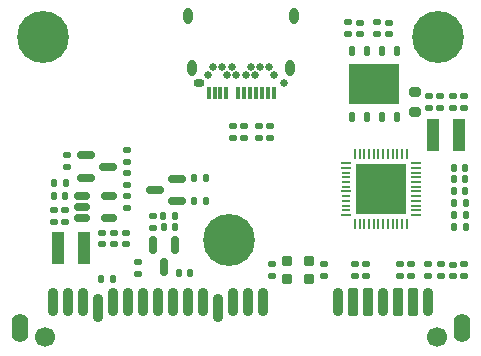
<source format=gbr>
%TF.GenerationSoftware,KiCad,Pcbnew,(6.0.4)*%
%TF.CreationDate,2022-07-06T17:36:52+08:00*%
%TF.ProjectId,JMS580_EVB,4a4d5335-3830-45f4-9556-422e6b696361,rev?*%
%TF.SameCoordinates,Original*%
%TF.FileFunction,Soldermask,Top*%
%TF.FilePolarity,Negative*%
%FSLAX46Y46*%
G04 Gerber Fmt 4.6, Leading zero omitted, Abs format (unit mm)*
G04 Created by KiCad (PCBNEW (6.0.4)) date 2022-07-06 17:36:52*
%MOMM*%
%LPD*%
G01*
G04 APERTURE LIST*
G04 Aperture macros list*
%AMRoundRect*
0 Rectangle with rounded corners*
0 $1 Rounding radius*
0 $2 $3 $4 $5 $6 $7 $8 $9 X,Y pos of 4 corners*
0 Add a 4 corners polygon primitive as box body*
4,1,4,$2,$3,$4,$5,$6,$7,$8,$9,$2,$3,0*
0 Add four circle primitives for the rounded corners*
1,1,$1+$1,$2,$3*
1,1,$1+$1,$4,$5*
1,1,$1+$1,$6,$7*
1,1,$1+$1,$8,$9*
0 Add four rect primitives between the rounded corners*
20,1,$1+$1,$2,$3,$4,$5,0*
20,1,$1+$1,$4,$5,$6,$7,0*
20,1,$1+$1,$6,$7,$8,$9,0*
20,1,$1+$1,$8,$9,$2,$3,0*%
G04 Aperture macros list end*
%ADD10RoundRect,0.140000X0.170000X-0.140000X0.170000X0.140000X-0.170000X0.140000X-0.170000X-0.140000X0*%
%ADD11R,1.000000X2.700000*%
%ADD12RoundRect,0.200000X-0.250000X0.200000X-0.250000X-0.200000X0.250000X-0.200000X0.250000X0.200000X0*%
%ADD13RoundRect,0.135000X-0.185000X0.135000X-0.185000X-0.135000X0.185000X-0.135000X0.185000X0.135000X0*%
%ADD14RoundRect,0.125000X0.125000X-0.325000X0.125000X0.325000X-0.125000X0.325000X-0.125000X-0.325000X0*%
%ADD15R,4.300000X3.400000*%
%ADD16RoundRect,0.135000X0.135000X0.185000X-0.135000X0.185000X-0.135000X-0.185000X0.135000X-0.185000X0*%
%ADD17RoundRect,0.140000X-0.140000X-0.170000X0.140000X-0.170000X0.140000X0.170000X-0.140000X0.170000X0*%
%ADD18RoundRect,0.200000X0.275000X-0.200000X0.275000X0.200000X-0.275000X0.200000X-0.275000X-0.200000X0*%
%ADD19C,0.650000*%
%ADD20O,0.950000X0.650000*%
%ADD21R,0.300000X1.025880*%
%ADD22O,0.800000X1.400000*%
%ADD23RoundRect,0.140000X-0.170000X0.140000X-0.170000X-0.140000X0.170000X-0.140000X0.170000X0.140000X0*%
%ADD24RoundRect,0.135000X-0.135000X-0.185000X0.135000X-0.185000X0.135000X0.185000X-0.135000X0.185000X0*%
%ADD25RoundRect,0.135000X0.185000X-0.135000X0.185000X0.135000X-0.185000X0.135000X-0.185000X-0.135000X0*%
%ADD26RoundRect,0.150000X0.587500X0.150000X-0.587500X0.150000X-0.587500X-0.150000X0.587500X-0.150000X0*%
%ADD27RoundRect,0.150000X-0.587500X-0.150000X0.587500X-0.150000X0.587500X0.150000X-0.587500X0.150000X0*%
%ADD28C,0.700000*%
%ADD29C,4.400000*%
%ADD30RoundRect,0.150000X-0.512500X-0.150000X0.512500X-0.150000X0.512500X0.150000X-0.512500X0.150000X0*%
%ADD31RoundRect,0.140000X0.140000X0.170000X-0.140000X0.170000X-0.140000X-0.170000X0.140000X-0.170000X0*%
%ADD32RoundRect,0.050000X-0.050000X0.350000X-0.050000X-0.350000X0.050000X-0.350000X0.050000X0.350000X0*%
%ADD33RoundRect,0.050000X-0.350000X0.050000X-0.350000X-0.050000X0.350000X-0.050000X0.350000X0.050000X0*%
%ADD34R,0.800000X0.200000*%
%ADD35R,4.300000X4.300000*%
%ADD36RoundRect,0.147500X-0.172500X0.147500X-0.172500X-0.147500X0.172500X-0.147500X0.172500X0.147500X0*%
%ADD37RoundRect,0.150000X-0.150000X0.587500X-0.150000X-0.587500X0.150000X-0.587500X0.150000X0.587500X0*%
%ADD38C,1.700000*%
%ADD39O,1.400000X2.400000*%
%ADD40O,0.900000X2.400000*%
%ADD41RoundRect,0.225000X-0.225000X-0.975000X0.225000X-0.975000X0.225000X0.975000X-0.225000X0.975000X0*%
G04 APERTURE END LIST*
D10*
%TO.C,C14*%
X132684999Y-74700000D03*
X132684999Y-73740000D03*
%TD*%
D11*
%TO.C,L1*%
X151784999Y-74510000D03*
X149584999Y-74510000D03*
%TD*%
D12*
%TO.C,Y1*%
X139089999Y-85175000D03*
X137239999Y-85175000D03*
X137239999Y-86625000D03*
X139089999Y-86625000D03*
%TD*%
D13*
%TO.C,R10*%
X124620000Y-85200000D03*
X124620000Y-86220000D03*
%TD*%
D14*
%TO.C,U1*%
X142715000Y-72920000D03*
X143985000Y-72920000D03*
X145255000Y-72920000D03*
X146525000Y-72920000D03*
X146525000Y-67320000D03*
X145255000Y-67320000D03*
X143985000Y-67320000D03*
X142715000Y-67320000D03*
D15*
X144620000Y-70120000D03*
%TD*%
D10*
%TO.C,C34*%
X122600000Y-83720000D03*
X122600000Y-82760000D03*
%TD*%
D16*
%TO.C,R2*%
X122480000Y-86620000D03*
X121460000Y-86620000D03*
%TD*%
D11*
%TO.C,L2*%
X117810000Y-84070000D03*
X120010000Y-84070000D03*
%TD*%
D13*
%TO.C,R17*%
X118620000Y-76200000D03*
X118620000Y-77220000D03*
%TD*%
D17*
%TO.C,C24*%
X126800000Y-82280000D03*
X127760000Y-82280000D03*
%TD*%
D13*
%TO.C,R19*%
X123660000Y-77680000D03*
X123660000Y-78700000D03*
%TD*%
%TO.C,R3*%
X149184999Y-85410000D03*
X149184999Y-86430000D03*
%TD*%
D18*
%TO.C,R1*%
X148060000Y-72495000D03*
X148060000Y-70845000D03*
%TD*%
D19*
%TO.C,J2*%
X136934999Y-70045000D03*
D20*
X129734999Y-70045000D03*
D21*
X136084999Y-70885000D03*
X135584999Y-70885000D03*
X135084999Y-70885000D03*
X134584999Y-70885000D03*
X134084999Y-70885000D03*
X133584999Y-70885000D03*
X133084999Y-70885000D03*
X132084999Y-70885000D03*
X131584999Y-70885000D03*
X131084999Y-70885000D03*
X130584999Y-70885000D03*
D19*
X130534999Y-69395000D03*
X130934999Y-68695000D03*
X131734999Y-68695000D03*
X132134999Y-69395000D03*
X132534999Y-68695000D03*
X132934999Y-69395000D03*
X133734999Y-69395000D03*
X134134999Y-68695000D03*
X134534999Y-69395000D03*
X134934999Y-68695000D03*
X135734999Y-68695000D03*
X136134999Y-69395000D03*
D22*
X128844999Y-64405000D03*
X129204999Y-68795000D03*
X137824999Y-64405000D03*
X137464999Y-68795000D03*
%TD*%
D10*
%TO.C,C11*%
X134874999Y-74700000D03*
X134874999Y-73740000D03*
%TD*%
D23*
%TO.C,C6*%
X147734999Y-85420000D03*
X147734999Y-86380000D03*
%TD*%
D10*
%TO.C,C33*%
X121590003Y-83720000D03*
X121590003Y-82760000D03*
%TD*%
D24*
%TO.C,R4*%
X129360000Y-78150000D03*
X130380000Y-78150000D03*
%TD*%
D25*
%TO.C,R7*%
X152234999Y-86430000D03*
X152234999Y-85410000D03*
%TD*%
D26*
%TO.C,Q1*%
X127927500Y-80060000D03*
X127927500Y-78160000D03*
X126052500Y-79110000D03*
%TD*%
D27*
%TO.C,Q3*%
X120192500Y-76200000D03*
X120192500Y-78100000D03*
X122067500Y-77150000D03*
%TD*%
D28*
%TO.C,H2*%
X116600000Y-64500000D03*
X116600000Y-67800000D03*
X118250000Y-66150000D03*
X115433274Y-64983274D03*
X117766726Y-67316726D03*
X117766726Y-64983274D03*
X115433274Y-67316726D03*
X114950000Y-66150000D03*
D29*
X116600000Y-66150000D03*
%TD*%
D17*
%TO.C,C18*%
X151364999Y-79220000D03*
X152324999Y-79220000D03*
%TD*%
D30*
%TO.C,U3*%
X119872500Y-79600000D03*
X119872500Y-80550000D03*
X119872500Y-81500000D03*
X122147500Y-81500000D03*
X122147500Y-79600000D03*
%TD*%
D10*
%TO.C,C3*%
X151240000Y-72160000D03*
X151240000Y-71200000D03*
%TD*%
D13*
%TO.C,R8*%
X125860000Y-81330000D03*
X125860000Y-82350000D03*
%TD*%
D10*
%TO.C,C5*%
X152200000Y-72160000D03*
X152200000Y-71200000D03*
%TD*%
D23*
%TO.C,C9*%
X143004999Y-85420000D03*
X143004999Y-86380000D03*
%TD*%
D25*
%TO.C,R12*%
X144830000Y-65950000D03*
X144830000Y-64930000D03*
%TD*%
D13*
%TO.C,R14*%
X150254998Y-85410000D03*
X150254998Y-86430000D03*
%TD*%
D28*
%TO.C,H3*%
X131133274Y-82163274D03*
X133950000Y-83330000D03*
X133466726Y-84496726D03*
X132300000Y-81680000D03*
X130650000Y-83330000D03*
X131133274Y-84496726D03*
X132300000Y-84980000D03*
X133466726Y-82163274D03*
D29*
X132300000Y-83330000D03*
%TD*%
D23*
%TO.C,C15*%
X149250000Y-71200000D03*
X149250000Y-72160000D03*
%TD*%
D13*
%TO.C,R20*%
X123660000Y-75760000D03*
X123660000Y-76780000D03*
%TD*%
D23*
%TO.C,C31*%
X140374999Y-85420000D03*
X140374999Y-86380000D03*
%TD*%
D10*
%TO.C,C12*%
X135794999Y-74700000D03*
X135794999Y-73740000D03*
%TD*%
%TO.C,C32*%
X135954999Y-86380000D03*
X135954999Y-85420000D03*
%TD*%
D16*
%TO.C,R16*%
X118480000Y-78540000D03*
X117460000Y-78540000D03*
%TD*%
D13*
%TO.C,R11*%
X142360000Y-64930000D03*
X142360000Y-65950000D03*
%TD*%
D23*
%TO.C,C8*%
X143924999Y-85420000D03*
X143924999Y-86380000D03*
%TD*%
%TO.C,C4*%
X150170000Y-71200000D03*
X150170000Y-72160000D03*
%TD*%
D16*
%TO.C,R6*%
X130380000Y-80060000D03*
X129360000Y-80060000D03*
%TD*%
D23*
%TO.C,C30*%
X143400000Y-64960000D03*
X143400000Y-65920000D03*
%TD*%
%TO.C,C7*%
X146814999Y-85420000D03*
X146814999Y-86380000D03*
%TD*%
D31*
%TO.C,C16*%
X152324999Y-77270000D03*
X151364999Y-77270000D03*
%TD*%
D32*
%TO.C,U2*%
X147364999Y-76100000D03*
X146964999Y-76100000D03*
X146564999Y-76100000D03*
X146164999Y-76100000D03*
X145764999Y-76100000D03*
X145364999Y-76100000D03*
X144964999Y-76100000D03*
X144564999Y-76100000D03*
X144164999Y-76100000D03*
X143764999Y-76100000D03*
X143364999Y-76100000D03*
X142964999Y-76100000D03*
D33*
X142214999Y-76850000D03*
X142214999Y-77250000D03*
D34*
X142214999Y-77650000D03*
X142214999Y-78050000D03*
X142214999Y-78450000D03*
X142214999Y-78850000D03*
D33*
X142214999Y-79250000D03*
D34*
X142214999Y-79650000D03*
X142214999Y-80050000D03*
X142214999Y-80450000D03*
X142214999Y-80450000D03*
X142214999Y-80850000D03*
D33*
X142214999Y-81250000D03*
D32*
X142964999Y-82000000D03*
X143364999Y-82000000D03*
X143764999Y-82000000D03*
X144164999Y-82000000D03*
X144564999Y-82000000D03*
X144964999Y-82000000D03*
X145364999Y-82000000D03*
X145764999Y-82000000D03*
X146164999Y-82000000D03*
X146564999Y-82000000D03*
X146964999Y-82000000D03*
X147364999Y-82000000D03*
D33*
X148114999Y-81250000D03*
X148114999Y-80850000D03*
X148114999Y-80450000D03*
X148114999Y-80050000D03*
X148114999Y-79650000D03*
X148114999Y-79250000D03*
X148114999Y-78850000D03*
X148114999Y-78450000D03*
X148114999Y-78050000D03*
X148114999Y-77650000D03*
X148114999Y-77250000D03*
X148114999Y-76850000D03*
D35*
X145164999Y-79050000D03*
%TD*%
D36*
%TO.C,D1*%
X145900000Y-64944952D03*
X145900000Y-65914952D03*
%TD*%
D31*
%TO.C,C17*%
X152324999Y-78220000D03*
X151364999Y-78220000D03*
%TD*%
D10*
%TO.C,C1*%
X123630000Y-83730000D03*
X123630000Y-82770000D03*
%TD*%
D23*
%TO.C,C36*%
X118440000Y-80860000D03*
X118440000Y-81820000D03*
%TD*%
%TO.C,C37*%
X117510000Y-80859999D03*
X117510000Y-81819999D03*
%TD*%
D31*
%TO.C,C35*%
X118450000Y-79600000D03*
X117490000Y-79600000D03*
%TD*%
D10*
%TO.C,C13*%
X133604999Y-74700000D03*
X133604999Y-73740000D03*
%TD*%
D24*
%TO.C,R15*%
X151324999Y-82240000D03*
X152344999Y-82240000D03*
%TD*%
D37*
%TO.C,Q2*%
X127760000Y-83782500D03*
X125860000Y-83782500D03*
X126810000Y-85657500D03*
%TD*%
D28*
%TO.C,H1*%
X150000000Y-67800000D03*
X148833274Y-67316726D03*
X148350000Y-66150000D03*
X148833274Y-64983274D03*
X151650000Y-66150000D03*
X151166726Y-67316726D03*
X151166726Y-64983274D03*
D29*
X150000000Y-66150000D03*
D28*
X150000000Y-64500000D03*
%TD*%
D13*
%TO.C,R18*%
X123660000Y-79600000D03*
X123660000Y-80620000D03*
%TD*%
D24*
%TO.C,R13*%
X151334999Y-81240000D03*
X152354999Y-81240000D03*
%TD*%
%TO.C,R5*%
X151334999Y-80210000D03*
X152354999Y-80210000D03*
%TD*%
D17*
%TO.C,C10*%
X128070000Y-86180000D03*
X129030000Y-86180000D03*
%TD*%
D16*
%TO.C,R9*%
X127780000Y-81360000D03*
X126760000Y-81360000D03*
%TD*%
D38*
%TO.C,J1*%
X116709200Y-91611400D03*
X149899200Y-91611400D03*
D39*
X152014200Y-90851400D03*
X114594200Y-90851400D03*
D40*
X135212536Y-88611400D03*
X133942294Y-88611400D03*
X132672056Y-88611400D03*
X131401818Y-89111400D03*
X130131580Y-88611400D03*
X128861342Y-88611400D03*
X127591104Y-88611400D03*
X126320866Y-88611400D03*
X125050628Y-88611400D03*
X123780390Y-88611400D03*
X122510152Y-88611400D03*
X121239914Y-89111400D03*
X119969676Y-88611400D03*
X118699438Y-88611400D03*
X117429200Y-88611400D03*
X149179200Y-88611400D03*
D41*
X147909200Y-88611400D03*
X146639200Y-88611400D03*
D40*
X145369200Y-88611400D03*
D41*
X144099200Y-88611400D03*
X142829200Y-88611400D03*
D40*
X141559200Y-88611400D03*
%TD*%
D10*
%TO.C,C19*%
X151254998Y-86400000D03*
X151254998Y-85440000D03*
%TD*%
M02*

</source>
